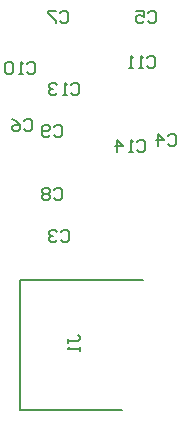
<source format=gbo>
G04*
G04 #@! TF.GenerationSoftware,Altium Limited,Altium Designer,24.7.2 (38)*
G04*
G04 Layer_Color=32896*
%FSLAX25Y25*%
%MOIN*%
G70*
G04*
G04 #@! TF.SameCoordinates,17647D21-3567-4D15-9BF9-88849ECC23B8*
G04*
G04*
G04 #@! TF.FilePolarity,Positive*
G04*
G01*
G75*
%ADD11C,0.00787*%
%ADD13C,0.00600*%
D11*
X324858Y225638D02*
X358913D01*
X324858D02*
Y268984D01*
X366000D01*
D13*
X341001Y248000D02*
Y249333D01*
Y248666D01*
X344333D01*
X344999Y249333D01*
Y249999D01*
X344333Y250666D01*
X344999Y246667D02*
Y245334D01*
Y246001D01*
X341001D01*
X341667Y246667D01*
X341833Y333833D02*
X342499Y334499D01*
X343832D01*
X344498Y333833D01*
Y331167D01*
X343832Y330501D01*
X342499D01*
X341833Y331167D01*
X340500Y330501D02*
X339167D01*
X339833D01*
Y334499D01*
X340500Y333833D01*
X337167D02*
X336501Y334499D01*
X335168D01*
X334502Y333833D01*
Y333166D01*
X335168Y332500D01*
X335835D01*
X335168D01*
X334502Y331834D01*
Y331167D01*
X335168Y330501D01*
X336501D01*
X337167Y331167D01*
X338666Y284833D02*
X339333Y285499D01*
X340666D01*
X341332Y284833D01*
Y282167D01*
X340666Y281501D01*
X339333D01*
X338666Y282167D01*
X337333Y284833D02*
X336667Y285499D01*
X335334D01*
X334668Y284833D01*
Y284166D01*
X335334Y283500D01*
X336001D01*
X335334D01*
X334668Y282834D01*
Y282167D01*
X335334Y281501D01*
X336667D01*
X337333Y282167D01*
X363833Y314833D02*
X364499Y315499D01*
X365832D01*
X366498Y314833D01*
Y312167D01*
X365832Y311501D01*
X364499D01*
X363833Y312167D01*
X362500Y311501D02*
X361167D01*
X361833D01*
Y315499D01*
X362500Y314833D01*
X357168Y311501D02*
Y315499D01*
X359167Y313500D01*
X356502D01*
X338166Y357833D02*
X338833Y358499D01*
X340166D01*
X340832Y357833D01*
Y355167D01*
X340166Y354501D01*
X338833D01*
X338166Y355167D01*
X336834Y358499D02*
X334168D01*
Y357833D01*
X336834Y355167D01*
Y354501D01*
X367166Y342833D02*
X367833Y343499D01*
X369165D01*
X369832Y342833D01*
Y340167D01*
X369165Y339501D01*
X367833D01*
X367166Y340167D01*
X365833Y339501D02*
X364500D01*
X365167D01*
Y343499D01*
X365833Y342833D01*
X362501Y339501D02*
X361168D01*
X361835D01*
Y343499D01*
X362501Y342833D01*
X327333Y340833D02*
X327999Y341499D01*
X329332D01*
X329998Y340833D01*
Y338167D01*
X329332Y337501D01*
X327999D01*
X327333Y338167D01*
X326000Y337501D02*
X324667D01*
X325333D01*
Y341499D01*
X326000Y340833D01*
X322667D02*
X322001Y341499D01*
X320668D01*
X320002Y340833D01*
Y338167D01*
X320668Y337501D01*
X322001D01*
X322667Y338167D01*
Y340833D01*
X336166Y319833D02*
X336833Y320499D01*
X338166D01*
X338832Y319833D01*
Y317167D01*
X338166Y316501D01*
X336833D01*
X336166Y317167D01*
X334834D02*
X334167Y316501D01*
X332834D01*
X332168Y317167D01*
Y319833D01*
X332834Y320499D01*
X334167D01*
X334834Y319833D01*
Y319166D01*
X334167Y318500D01*
X332168D01*
X336166Y298833D02*
X336833Y299499D01*
X338166D01*
X338832Y298833D01*
Y296167D01*
X338166Y295501D01*
X336833D01*
X336166Y296167D01*
X334834Y298833D02*
X334167Y299499D01*
X332834D01*
X332168Y298833D01*
Y298166D01*
X332834Y297500D01*
X332168Y296834D01*
Y296167D01*
X332834Y295501D01*
X334167D01*
X334834Y296167D01*
Y296834D01*
X334167Y297500D01*
X334834Y298166D01*
Y298833D01*
X334167Y297500D02*
X332834D01*
X326166Y321833D02*
X326833Y322499D01*
X328166D01*
X328832Y321833D01*
Y319167D01*
X328166Y318501D01*
X326833D01*
X326166Y319167D01*
X322168Y322499D02*
X323501Y321833D01*
X324833Y320500D01*
Y319167D01*
X324167Y318501D01*
X322834D01*
X322168Y319167D01*
Y319834D01*
X322834Y320500D01*
X324833D01*
X367666Y357833D02*
X368333Y358499D01*
X369666D01*
X370332Y357833D01*
Y355167D01*
X369666Y354501D01*
X368333D01*
X367666Y355167D01*
X363668Y358499D02*
X366334D01*
Y356500D01*
X365001Y357166D01*
X364334D01*
X363668Y356500D01*
Y355167D01*
X364334Y354501D01*
X365667D01*
X366334Y355167D01*
X374166Y316833D02*
X374833Y317499D01*
X376166D01*
X376832Y316833D01*
Y314167D01*
X376166Y313501D01*
X374833D01*
X374166Y314167D01*
X370834Y313501D02*
Y317499D01*
X372833Y315500D01*
X370168D01*
M02*

</source>
